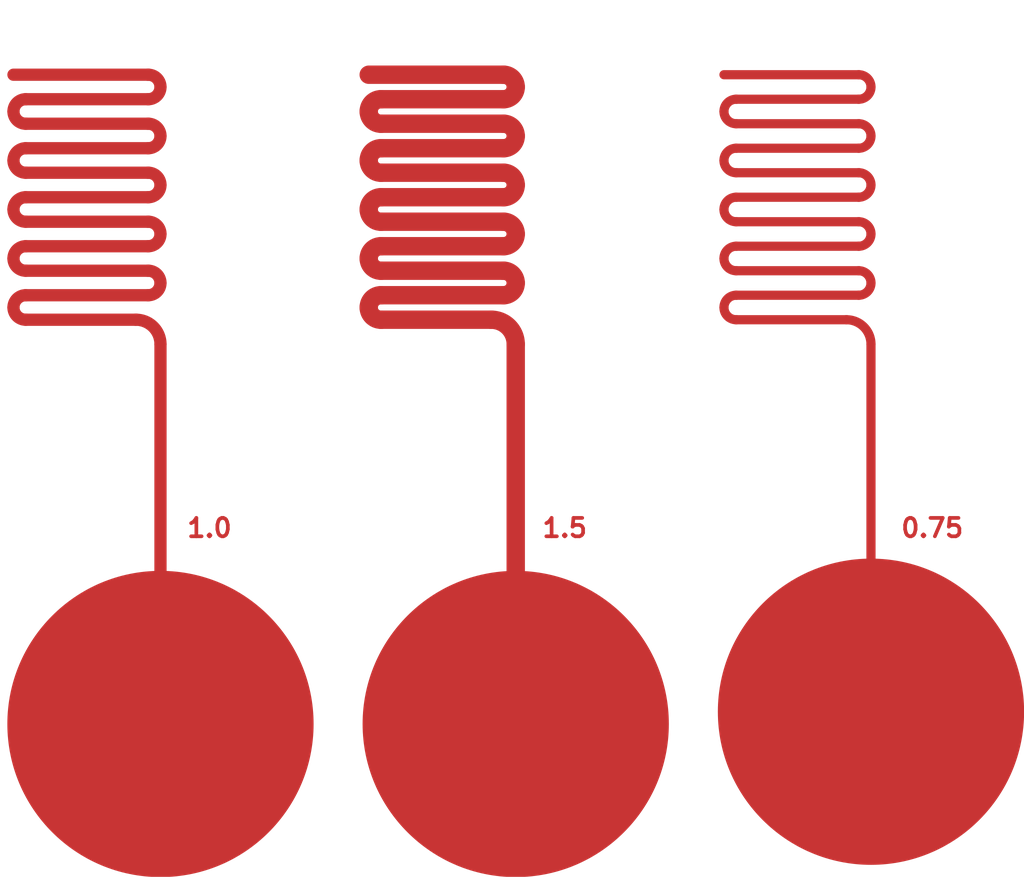
<source format=kicad_pcb>
(kicad_pcb (version 4) (host pcbnew 4.0.6)

  (general
    (links 2)
    (no_connects 2)
    (area 134.899999 43.899999 218.7 115.7)
    (thickness 1.6)
    (drawings 105)
    (tracks 0)
    (zones 0)
    (modules 3)
    (nets 2)
  )

  (page A4)
  (layers
    (0 F.Cu signal)
    (31 B.Cu signal)
    (32 B.Adhes user)
    (33 F.Adhes user)
    (34 B.Paste user)
    (35 F.Paste user)
    (36 B.SilkS user)
    (38 B.Mask user)
    (39 F.Mask user)
    (40 Dwgs.User user)
    (41 Cmts.User user)
    (42 Eco1.User user)
    (43 Eco2.User user)
    (44 Edge.Cuts user)
    (45 Margin user)
    (46 B.CrtYd user)
    (47 F.CrtYd user)
    (48 B.Fab user)
    (49 F.Fab user)
  )

  (setup
    (last_trace_width 0.25)
    (user_trace_width 1)
    (user_trace_width 0.75)
    (user_trace_width 3)
    (trace_clearance 0.2)
    (zone_clearance 0.508)
    (zone_45_only no)
    (trace_min 0.2)
    (segment_width 1)
    (edge_width 0.15)
    (via_size 0.6)
    (via_drill 0.4)
    (via_min_size 0.4)
    (via_min_drill 0.3)
    (uvia_size 0.3)
    (uvia_drill 0.1)
    (uvias_allowed no)
    (uvia_min_size 0.2)
    (uvia_min_drill 0.1)
    (pcb_text_width 0.3)
    (pcb_text_size 1.5 1.5)
    (mod_edge_width 0.15)
    (mod_text_size 1 1)
    (mod_text_width 0.15)
    (pad_size 1.524 1.524)
    (pad_drill 0.762)
    (pad_to_mask_clearance 0.2)
    (aux_axis_origin 0 0)
    (visible_elements 7FFFFFFF)
    (pcbplotparams
      (layerselection 0x00010_80000001)
      (usegerberextensions false)
      (excludeedgelayer true)
      (linewidth 0.100000)
      (plotframeref false)
      (viasonmask false)
      (mode 1)
      (useauxorigin false)
      (hpglpennumber 1)
      (hpglpenspeed 20)
      (hpglpendiameter 15)
      (hpglpenoverlay 2)
      (psnegative false)
      (psa4output false)
      (plotreference true)
      (plotvalue true)
      (plotinvisibletext false)
      (padsonsilk false)
      (subtractmaskfromsilk false)
      (outputformat 1)
      (mirror false)
      (drillshape 0)
      (scaleselection 1)
      (outputdirectory ""))
  )

  (net 0 "")
  (net 1 "Net-(TP1-Pad1)")

  (net_class Default "This is the default net class."
    (clearance 0.2)
    (trace_width 0.25)
    (via_dia 0.6)
    (via_drill 0.4)
    (uvia_dia 0.3)
    (uvia_drill 0.1)
    (add_net "Net-(TP1-Pad1)")
  )

  (module Pin_Headers:Pin_Header_Straight_1x01_Pitch2.54mm (layer F.Cu) (tedit 5D5F0276) (tstamp 5D5F0A30)
    (at 206 102)
    (descr "Through hole straight pin header, 1x01, 2.54mm pitch, single row")
    (tags "Through hole pin header THT 1x01 2.54mm single row")
    (path /5D5F030C)
    (fp_text reference TP1 (at 0 -2.33) (layer F.Cu) hide
      (effects (font (size 1 1) (thickness 0.15)))
    )
    (fp_text value TEST (at 0 2.33) (layer F.Fab)
      (effects (font (size 1 1) (thickness 0.15)))
    )
    (fp_line (start -1.8 -1.8) (end -1.8 1.8) (layer F.CrtYd) (width 0.05))
    (fp_line (start -1.8 1.8) (end 1.8 1.8) (layer F.CrtYd) (width 0.05))
    (fp_line (start 1.8 1.8) (end 1.8 -1.8) (layer F.CrtYd) (width 0.05))
    (fp_line (start 1.8 -1.8) (end -1.8 -1.8) (layer F.CrtYd) (width 0.05))
    (fp_text user %R (at 0 0 90) (layer F.Fab)
      (effects (font (size 1 1) (thickness 0.15)))
    )
    (pad 1 smd circle (at 0 0) (size 25 25) (layers F.Cu F.Paste F.Mask)
      (net 1 "Net-(TP1-Pad1)"))
    (model ${KISYS3DMOD}/Pin_Headers.3dshapes/Pin_Header_Straight_1x01_Pitch2.54mm.wrl
      (at (xyz 0 0 0))
      (scale (xyz 1 1 1))
      (rotate (xyz 0 0 0))
    )
  )

  (module Pin_Headers:Pin_Header_Straight_1x01_Pitch2.54mm (layer F.Cu) (tedit 5D5F0276) (tstamp 5D5F09A2)
    (at 177 103)
    (descr "Through hole straight pin header, 1x01, 2.54mm pitch, single row")
    (tags "Through hole pin header THT 1x01 2.54mm single row")
    (path /5D5F030C)
    (fp_text reference TP1 (at 0 -2.33) (layer F.Cu) hide
      (effects (font (size 1 1) (thickness 0.15)))
    )
    (fp_text value TEST (at 0 2.33) (layer F.Fab)
      (effects (font (size 1 1) (thickness 0.15)))
    )
    (fp_line (start -1.8 -1.8) (end -1.8 1.8) (layer F.CrtYd) (width 0.05))
    (fp_line (start -1.8 1.8) (end 1.8 1.8) (layer F.CrtYd) (width 0.05))
    (fp_line (start 1.8 1.8) (end 1.8 -1.8) (layer F.CrtYd) (width 0.05))
    (fp_line (start 1.8 -1.8) (end -1.8 -1.8) (layer F.CrtYd) (width 0.05))
    (fp_text user %R (at 0 0 90) (layer F.Fab)
      (effects (font (size 1 1) (thickness 0.15)))
    )
    (pad 1 smd circle (at 0 0) (size 25 25) (layers F.Cu F.Paste F.Mask)
      (net 1 "Net-(TP1-Pad1)"))
    (model ${KISYS3DMOD}/Pin_Headers.3dshapes/Pin_Header_Straight_1x01_Pitch2.54mm.wrl
      (at (xyz 0 0 0))
      (scale (xyz 1 1 1))
      (rotate (xyz 0 0 0))
    )
  )

  (module Pin_Headers:Pin_Header_Straight_1x01_Pitch2.54mm (layer F.Cu) (tedit 5D5F0276) (tstamp 5D5F0261)
    (at 148 103)
    (descr "Through hole straight pin header, 1x01, 2.54mm pitch, single row")
    (tags "Through hole pin header THT 1x01 2.54mm single row")
    (path /5D5F030C)
    (fp_text reference TP1 (at 0 -2.33) (layer F.Cu) hide
      (effects (font (size 1 1) (thickness 0.15)))
    )
    (fp_text value TEST (at 0 2.33) (layer F.Fab)
      (effects (font (size 1 1) (thickness 0.15)))
    )
    (fp_line (start -1.8 -1.8) (end -1.8 1.8) (layer F.CrtYd) (width 0.05))
    (fp_line (start -1.8 1.8) (end 1.8 1.8) (layer F.CrtYd) (width 0.05))
    (fp_line (start 1.8 1.8) (end 1.8 -1.8) (layer F.CrtYd) (width 0.05))
    (fp_line (start 1.8 -1.8) (end -1.8 -1.8) (layer F.CrtYd) (width 0.05))
    (fp_text user %R (at 0 0 90) (layer F.Fab)
      (effects (font (size 1 1) (thickness 0.15)))
    )
    (pad 1 smd circle (at 0 0) (size 25 25) (layers F.Cu F.Paste F.Mask)
      (net 1 "Net-(TP1-Pad1)"))
    (model ${KISYS3DMOD}/Pin_Headers.3dshapes/Pin_Header_Straight_1x01_Pitch2.54mm.wrl
      (at (xyz 0 0 0))
      (scale (xyz 1 1 1))
      (rotate (xyz 0 0 0))
    )
  )

  (gr_text 1.0 (at 152 87) (layer F.Cu)
    (effects (font (size 1.5 1.5) (thickness 0.3)))
  )
  (gr_text 0.75 (at 211 87) (layer F.Cu)
    (effects (font (size 1.5 1.5) (thickness 0.3)))
  )
  (gr_text 1.5 (at 181 87) (layer F.Cu)
    (effects (font (size 1.5 1.5) (thickness 0.3)))
  )
  (gr_line (start 147 50) (end 136 50) (angle 90) (layer F.Cu) (width 1))
  (gr_arc (start 147 63) (end 148 63) (angle 90) (layer F.Cu) (width 1))
  (gr_arc (start 147 63) (end 147 62) (angle 90) (layer F.Cu) (width 1))
  (gr_arc (start 147 59) (end 148 59) (angle 90) (layer F.Cu) (width 1))
  (gr_arc (start 147 59) (end 147 58) (angle 90) (layer F.Cu) (width 1))
  (gr_arc (start 147 55) (end 148 55) (angle 90) (layer F.Cu) (width 1))
  (gr_arc (start 147 55) (end 147 54) (angle 90) (layer F.Cu) (width 1))
  (gr_arc (start 147 51) (end 148 51) (angle 90) (layer F.Cu) (width 1))
  (gr_arc (start 147 51) (end 147 50) (angle 90) (layer F.Cu) (width 1))
  (gr_arc (start 137 53) (end 136 53) (angle 90) (layer F.Cu) (width 1))
  (gr_arc (start 137 53) (end 137 54) (angle 90) (layer F.Cu) (width 1))
  (gr_arc (start 137 57) (end 136 57) (angle 90) (layer F.Cu) (width 1))
  (gr_arc (start 137 57) (end 137 58) (angle 90) (layer F.Cu) (width 1))
  (gr_arc (start 137 61) (end 136 61) (angle 90) (layer F.Cu) (width 1))
  (gr_arc (start 137 61) (end 137 62) (angle 90) (layer F.Cu) (width 1))
  (gr_arc (start 137 65) (end 136 65) (angle 90) (layer F.Cu) (width 1))
  (gr_arc (start 137 65) (end 137 66) (angle 90) (layer F.Cu) (width 1))
  (gr_line (start 137 52) (end 147 52) (angle 90) (layer F.Cu) (width 1))
  (gr_line (start 137 54) (end 147 54) (angle 90) (layer F.Cu) (width 1))
  (gr_line (start 137 56) (end 147 56) (angle 90) (layer F.Cu) (width 1))
  (gr_line (start 137 58) (end 147 58) (angle 90) (layer F.Cu) (width 1))
  (gr_line (start 137 60) (end 147 60) (angle 90) (layer F.Cu) (width 1))
  (gr_line (start 137 62) (end 147 62) (angle 90) (layer F.Cu) (width 1))
  (gr_line (start 137 64) (end 147 64) (angle 90) (layer F.Cu) (width 1))
  (gr_line (start 147 66) (end 137 66) (angle 90) (layer F.Cu) (width 1))
  (gr_line (start 137 68) (end 147 68) (angle 90) (layer F.Cu) (width 1))
  (gr_line (start 146 70) (end 137 70) (angle 90) (layer F.Cu) (width 1))
  (gr_arc (start 147 67) (end 147 66) (angle 90) (layer F.Cu) (width 1))
  (gr_arc (start 147 67) (end 148 67) (angle 90) (layer F.Cu) (width 1))
  (gr_arc (start 137 69) (end 136 69) (angle 90) (layer F.Cu) (width 1))
  (gr_arc (start 137 69) (end 137 70) (angle 90) (layer F.Cu) (width 1))
  (gr_arc (start 146 72) (end 146 70) (angle 90) (layer F.Cu) (width 1))
  (gr_line (start 148 93) (end 148 72) (angle 90) (layer F.Cu) (width 1))
  (gr_line (start 176 50) (end 165 50) (angle 90) (layer F.Cu) (width 1.5))
  (gr_arc (start 176 63) (end 177 63) (angle 90) (layer F.Cu) (width 1.5))
  (gr_arc (start 176 63) (end 176 62) (angle 90) (layer F.Cu) (width 1.5))
  (gr_arc (start 176 59) (end 177 59) (angle 90) (layer F.Cu) (width 1.5))
  (gr_arc (start 176 59) (end 176 58) (angle 90) (layer F.Cu) (width 1.5))
  (gr_arc (start 176 55) (end 177 55) (angle 90) (layer F.Cu) (width 1.5))
  (gr_arc (start 176 55) (end 176 54) (angle 90) (layer F.Cu) (width 1.5))
  (gr_arc (start 176 51) (end 177 51) (angle 90) (layer F.Cu) (width 1.5))
  (gr_arc (start 176 51) (end 176 50) (angle 90) (layer F.Cu) (width 1.5))
  (gr_arc (start 166 53) (end 165 53) (angle 90) (layer F.Cu) (width 1.5))
  (gr_arc (start 166 53) (end 166 54) (angle 90) (layer F.Cu) (width 1.5))
  (gr_arc (start 166 57) (end 165 57) (angle 90) (layer F.Cu) (width 1.5))
  (gr_arc (start 166 57) (end 166 58) (angle 90) (layer F.Cu) (width 1.5))
  (gr_arc (start 166 61) (end 165 61) (angle 90) (layer F.Cu) (width 1.5))
  (gr_arc (start 166 61) (end 166 62) (angle 90) (layer F.Cu) (width 1.5))
  (gr_arc (start 166 65) (end 165 65) (angle 90) (layer F.Cu) (width 1.5))
  (gr_arc (start 166 65) (end 166 66) (angle 90) (layer F.Cu) (width 1.5))
  (gr_line (start 166 52) (end 176 52) (angle 90) (layer F.Cu) (width 1.5))
  (gr_line (start 166 54) (end 176 54) (angle 90) (layer F.Cu) (width 1.5))
  (gr_line (start 166 56) (end 176 56) (angle 90) (layer F.Cu) (width 1.5))
  (gr_line (start 166 58) (end 176 58) (angle 90) (layer F.Cu) (width 1.5))
  (gr_line (start 166 60) (end 176 60) (angle 90) (layer F.Cu) (width 1.5))
  (gr_line (start 166 62) (end 176 62) (angle 90) (layer F.Cu) (width 1.5))
  (gr_line (start 166 64) (end 176 64) (angle 90) (layer F.Cu) (width 1.5))
  (gr_line (start 176 66) (end 166 66) (angle 90) (layer F.Cu) (width 1.5))
  (gr_line (start 166 68) (end 176 68) (angle 90) (layer F.Cu) (width 1.5))
  (gr_line (start 175 70) (end 166 70) (angle 90) (layer F.Cu) (width 1.5))
  (gr_arc (start 176 67) (end 176 66) (angle 90) (layer F.Cu) (width 1.5))
  (gr_arc (start 176 67) (end 177 67) (angle 90) (layer F.Cu) (width 1.5))
  (gr_arc (start 166 69) (end 165 69) (angle 90) (layer F.Cu) (width 1.5))
  (gr_arc (start 166 69) (end 166 70) (angle 90) (layer F.Cu) (width 1.5))
  (gr_arc (start 175 72) (end 175 70) (angle 90) (layer F.Cu) (width 1.5))
  (gr_line (start 177 93) (end 177 72) (angle 90) (layer F.Cu) (width 1.5))
  (gr_line (start 205 50) (end 194 50) (angle 90) (layer F.Cu) (width 0.75))
  (gr_arc (start 205 63) (end 206 63) (angle 90) (layer F.Cu) (width 0.75))
  (gr_arc (start 205 63) (end 205 62) (angle 90) (layer F.Cu) (width 0.75))
  (gr_arc (start 205 59) (end 206 59) (angle 90) (layer F.Cu) (width 0.75))
  (gr_arc (start 205 59) (end 205 58) (angle 90) (layer F.Cu) (width 0.75))
  (gr_arc (start 205 55) (end 206 55) (angle 90) (layer F.Cu) (width 0.75))
  (gr_arc (start 205 55) (end 205 54) (angle 90) (layer F.Cu) (width 0.75))
  (gr_arc (start 205 51) (end 206 51) (angle 90) (layer F.Cu) (width 0.75))
  (gr_arc (start 205 51) (end 205 50) (angle 90) (layer F.Cu) (width 0.75))
  (gr_arc (start 195 53) (end 194 53) (angle 90) (layer F.Cu) (width 0.75))
  (gr_arc (start 195 53) (end 195 54) (angle 90) (layer F.Cu) (width 0.75))
  (gr_arc (start 195 57) (end 194 57) (angle 90) (layer F.Cu) (width 0.75))
  (gr_arc (start 195 57) (end 195 58) (angle 90) (layer F.Cu) (width 0.75))
  (gr_arc (start 195 61) (end 194 61) (angle 90) (layer F.Cu) (width 0.75))
  (gr_arc (start 195 61) (end 195 62) (angle 90) (layer F.Cu) (width 0.75))
  (gr_arc (start 195 65) (end 194 65) (angle 90) (layer F.Cu) (width 0.75))
  (gr_arc (start 195 65) (end 195 66) (angle 90) (layer F.Cu) (width 0.75))
  (gr_line (start 195 52) (end 205 52) (angle 90) (layer F.Cu) (width 0.75))
  (gr_line (start 195 54) (end 205 54) (angle 90) (layer F.Cu) (width 0.75))
  (gr_line (start 195 56) (end 205 56) (angle 90) (layer F.Cu) (width 0.75))
  (gr_line (start 195 58) (end 205 58) (angle 90) (layer F.Cu) (width 0.75))
  (gr_line (start 195 60) (end 205 60) (angle 90) (layer F.Cu) (width 0.75))
  (gr_line (start 195 62) (end 205 62) (angle 90) (layer F.Cu) (width 0.75))
  (gr_line (start 195 64) (end 205 64) (angle 90) (layer F.Cu) (width 0.75))
  (gr_line (start 205 66) (end 195 66) (angle 90) (layer F.Cu) (width 0.75))
  (gr_line (start 195 68) (end 205 68) (angle 90) (layer F.Cu) (width 0.75))
  (gr_line (start 204 70) (end 195 70) (angle 90) (layer F.Cu) (width 0.75))
  (gr_arc (start 205 67) (end 205 66) (angle 90) (layer F.Cu) (width 0.75))
  (gr_arc (start 205 67) (end 206 67) (angle 90) (layer F.Cu) (width 0.75))
  (gr_arc (start 195 69) (end 194 69) (angle 90) (layer F.Cu) (width 0.75))
  (gr_arc (start 195 69) (end 195 70) (angle 90) (layer F.Cu) (width 0.75))
  (gr_arc (start 204 72) (end 204 70) (angle 90) (layer F.Cu) (width 0.75))
  (gr_line (start 206 93) (end 206 72) (angle 90) (layer F.Cu) (width 0.75))
  (dimension 20 (width 0.3) (layer Dwgs.User)
    (gr_text "20.000 mm" (at 152.35 80 90) (layer Dwgs.User)
      (effects (font (size 1.5 1.5) (thickness 0.3)))
    )
    (feature1 (pts (xy 148 70) (xy 153.7 70)))
    (feature2 (pts (xy 148 90) (xy 153.7 90)))
    (crossbar (pts (xy 151 90) (xy 151 70)))
    (arrow1a (pts (xy 151 70) (xy 151.586421 71.126504)))
    (arrow1b (pts (xy 151 70) (xy 150.413579 71.126504)))
    (arrow2a (pts (xy 151 90) (xy 151.586421 88.873496)))
    (arrow2b (pts (xy 151 90) (xy 150.413579 88.873496)))
  )
  (gr_line (start 135 103) (end 135 44) (angle 90) (layer Dwgs.User) (width 0.2))
  (gr_line (start 148 104) (end 148 44) (angle 90) (layer Dwgs.User) (width 0.2))

)

</source>
